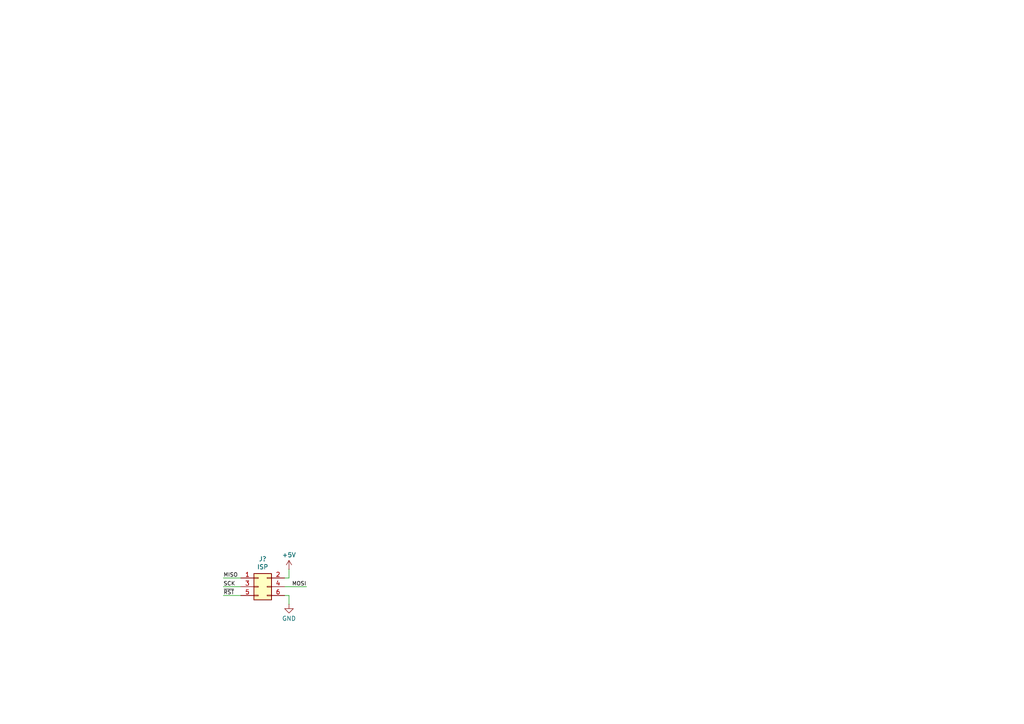
<source format=kicad_sch>
(kicad_sch (version 20250114) (generator "eeschema") (generator_version "9.0")
  (paper "A4")
  (title_block (date "2018-08-19"))
  (lib_symbols
    (symbol "Connector_Generic:Conn_02x03_Odd_Even" (pin_names (offset 1.016) (hide yes))
      (property "Reference" "J" (at 1.27 5.08 0))
      (property "Value" "Conn_02x03_Odd_Even" (at 1.27 -5.08 0))
      (symbol "Conn_02x03_Odd_Even_1_1"
        (rectangle (start -1.27 3.81) (end 3.81 -3.81) (stroke (width 0.254)) (fill (type background)))
        (rectangle (start -1.27 2.667) (end 0 2.413) (stroke (width 0.1524)))
        (rectangle (start -1.27 0.127) (end 0 -0.127) (stroke (width 0.1524)))
        (rectangle (start -1.27 -2.413) (end 0 -2.667) (stroke (width 0.1524)))
        (rectangle (start 3.81 2.667) (end 2.54 2.413) (stroke (width 0.1524)))
        (rectangle (start 3.81 0.127) (end 2.54 -0.127) (stroke (width 0.1524)))
        (rectangle (start 3.81 -2.413) (end 2.54 -2.667) (stroke (width 0.1524)))
        (pin passive line (at -5.08 2.54 0) (length 3.81) (name "Pin_1") (number "1"))
        (pin passive line (at -5.08 0 0) (length 3.81) (name "Pin_3") (number "3"))
        (pin passive line (at -5.08 -2.54 0) (length 3.81) (name "Pin_5") (number "5"))
        (pin passive line (at 7.62 2.54 180) (length 3.81) (name "Pin_2") (number "2"))
        (pin passive line (at 7.62 0 180) (length 3.81) (name "Pin_4") (number "4"))
        (pin passive line (at 7.62 -2.54 180) (length 3.81) (name "Pin_6") (number "6"))
      )
    )
    (symbol "power:+5V" (power) (pin_numbers (hide yes)) (pin_names (offset 0) (hide yes))
      (property "Value" "+5V" (at 0 3.556 0))
      (symbol "+5V_0_1"
        (polyline (pts (xy -0.762 1.27) (xy 0 2.54)))
        (polyline (pts (xy 0 2.54) (xy 0.762 1.27)))
        (polyline (pts (xy 0 0) (xy 0 2.54)))
      )
      (symbol "+5V_1_1"
        (pin power_in line (at 0 0 90) (length 0) (name "~") (number "1"))
      )
    )
    (symbol "power:GND" (power) (pin_numbers (hide yes)) (pin_names (offset 0) (hide yes))
      (property "Value" "GND" (at 0 -3.81 0))
      (symbol "GND_0_1"
        (polyline (pts (xy 0 0) (xy 0 -1.27) (xy 1.27 -1.27) (xy 0 -2.54) (xy -1.27 -1.27) (xy 0 -1.27)))
      )
      (symbol "GND_1_1"
        (pin power_in line (at 0 0 270) (length 0) (name "~") (number "1"))
      )
    )
  )
  (wire (pts (xy 83.82 172.72) (xy 82.55 172.72)))
  (wire (pts (xy 69.85 172.72) (xy 64.77 172.72)))
  (wire (pts (xy 83.82 175.26) (xy 83.82 172.72)))
  (wire (pts (xy 82.55 167.64) (xy 83.82 167.64)))
  (wire (pts (xy 69.85 170.18) (xy 64.77 170.18)))
  (wire (pts (xy 69.85 167.64) (xy 64.77 167.64)))
  (wire (pts (xy 82.55 170.18) (xy 88.9 170.18)))
  (wire (pts (xy 83.82 167.64) (xy 83.82 165.1)))
  (label "SCK" (at 64.77 170.18 0) (effects (font (size 1.1176 1.1176))))
  (label "~{RST}" (at 64.77 172.72 0) (effects (font (size 1.1176 1.1176))))
  (label "MISO" (at 64.77 167.64 0) (effects (font (size 1.1176 1.1176))))
  (label "MOSI" (at 88.9 170.18 180) (effects (font (size 1.1176 1.1176))))
  (symbol (lib_id "Connector_Generic:Conn_02x03_Odd_Even") (at 74.93 170.18 0) (unit 1)
    (property "Reference" "J?" (at 76.2 162.1282 0))
    (property "Value" "ISP" (at 76.2 164.4396 0))
  )
  (symbol (lib_id "power:+5V") (at 83.82 165.1 0) (unit 1)
    (property "Reference" "#PWR01" (effects (hide yes)))
    (property "Value" "+5V" (at 83.82 160.9669 0))
    (property "Description" "Power symbol creates a global label with name \"+5V\"" (effects (hide yes)))
  )
  (symbol (lib_id "power:GND") (at 83.82 175.26 0) (unit 1)
    (property "Reference" "#PWR02" (effects (hide yes)))
    (property "Value" "GND" (at 83.82 179.3931 0))
    (property "Description" "Power symbol creates a global label with name \"GND\" , ground" (effects (hide yes)))
  )
)
</source>
